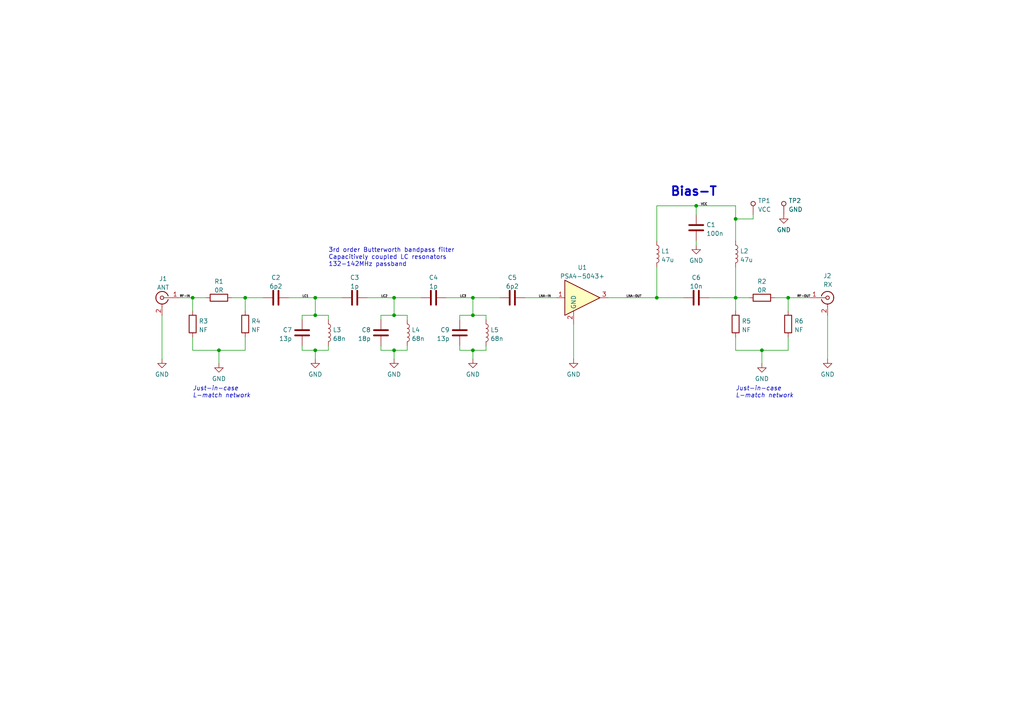
<source format=kicad_sch>
(kicad_sch (version 20211123) (generator eeschema)
  (paper "A4")
  (title_block (title "NOAA 137MHz bandpass filter & LNA") (date "2022-11-09") (rev "A") (company "BESearle"))
  (lib_symbols
    (symbol "Connector:Conn_Coaxial" (pin_names (offset 1.016) hide)
      (property "Reference" "J" (at 0.254 3.048 0))
      (property "Value" "Conn_Coaxial" (at 2.921 0 90))
      (symbol "Conn_Coaxial_0_1"
        (arc (start -1.778 -0.508) (mid 0.2311 -1.8066) (end 1.778 0) (stroke (width 0.254)))
        (polyline (pts (xy -2.54 0) (xy -0.508 0)))
        (polyline (pts (xy 0 -2.54) (xy 0 -1.778)))
        (circle (center 0 0) (radius 0.508) (stroke (width 0.2032)))
        (arc (start 1.778 0) (mid 0.2099 1.8101) (end -1.778 0.508) (stroke (width 0.254)))
      )
      (symbol "Conn_Coaxial_1_1"
        (pin passive line (at -5.08 0 0) (length 2.54) (name "In") (number "1"))
        (pin passive line (at 0 -5.08 90) (length 2.54) (name "Ext") (number "2"))
      )
    )
    (symbol "Device:C" (pin_numbers hide) (pin_names (offset 0.254))
      (property "Reference" "C" (at 0.635 2.54 0))
      (property "Value" "C" (at 0.635 -2.54 0))
      (symbol "C_0_1"
        (polyline (pts (xy -2.032 -0.762) (xy 2.032 -0.762)) (stroke (width 0.508)))
        (polyline (pts (xy -2.032 0.762) (xy 2.032 0.762)) (stroke (width 0.508)))
      )
      (symbol "C_1_1"
        (pin passive line (at 0 3.81 270) (length 2.794) (name "~") (number "1"))
        (pin passive line (at 0 -3.81 90) (length 2.794) (name "~") (number "2"))
      )
    )
    (symbol "Device:L" (pin_numbers hide) (pin_names (offset 1.016) hide)
      (property "Reference" "L" (at -1.27 0 90))
      (property "Value" "L" (at 1.905 0 90))
      (symbol "L_0_1"
        (arc (start 0 -2.54) (mid 0.635 -1.905) (end 0 -1.27))
        (arc (start 0 -1.27) (mid 0.635 -0.635) (end 0 0))
        (arc (start 0 0) (mid 0.635 0.635) (end 0 1.27))
        (arc (start 0 1.27) (mid 0.635 1.905) (end 0 2.54))
      )
      (symbol "L_1_1"
        (pin passive line (at 0 3.81 270) (length 1.27) (name "1") (number "1"))
        (pin passive line (at 0 -3.81 90) (length 1.27) (name "2") (number "2"))
      )
    )
    (symbol "Device:R" (pin_numbers hide) (pin_names (offset 0))
      (property "Reference" "R" (at 2.032 0 90))
      (property "Value" "R" (at 0 0 90))
      (symbol "R_0_1"
        (rectangle (start -1.016 -2.54) (end 1.016 2.54) (stroke (width 0.254)))
      )
      (symbol "R_1_1"
        (pin passive line (at 0 3.81 270) (length 1.27) (name "~") (number "1"))
        (pin passive line (at 0 -3.81 90) (length 1.27) (name "~") (number "2"))
      )
    )
    (symbol "GenericComponents:Test_point" (pin_numbers hide) (pin_names (offset 0) hide)
      (property "Reference" "TP" (at 0 5.715 0))
      (property "Value" "Test_point" (at 0 7.62 0))
      (symbol "Test_point_0_1"
        (circle (center 0 3.175) (radius 0.635) (stroke (width 0.2032)))
      )
      (symbol "Test_point_1_1"
        (pin passive line (at 0 0 90) (length 2.54) (name "TP") (number "1"))
      )
    )
    (symbol "PersonalDiscretes:PSA4-5043+"
      (property "Reference" "U" (at -1.27 7.62 0))
      (property "Value" "PSA4-5043+" (at 2.54 5.08 0))
      (symbol "PSA4-5043+_0_0"
        (pin power_in line (at -2.54 -7.62 90) (length 2.54) hide (name "GND") (number "4"))
      )
      (symbol "PSA4-5043+_0_1"
        (polyline (pts (xy 5.08 0) (xy -5.08 5.08) (xy -5.08 -5.08) (xy 5.08 0)) (stroke (width 0.254)) (fill (type background)))
      )
      (symbol "PSA4-5043+_1_1"
        (pin input line (at -7.62 0 0) (length 2.54) (name "~") (number "1"))
        (pin power_in line (at -2.54 -7.62 90) (length 3.81) (name "GND") (number "2"))
        (pin output line (at 7.62 0 180) (length 2.54) (name "~") (number "3"))
      )
    )
    (symbol "power:GND" (power) (pin_names (offset 0))
      (property "Value" "GND" (at 0 -3.81 0))
      (symbol "GND_0_1"
        (polyline (pts (xy 0 0) (xy 0 -1.27) (xy 1.27 -1.27) (xy 0 -2.54) (xy -1.27 -1.27) (xy 0 -1.27)))
      )
      (symbol "GND_1_1"
        (pin power_in line (at 0 0 270) (length 0) hide (name "GND") (number "1"))
      )
    )
  )
  (junction (at 220.98 101.6))
  (junction (at 190.5 86.36))
  (junction (at 137.16 101.6))
  (junction (at 213.36 63.5))
  (junction (at 213.36 86.36))
  (junction (at 114.3 91.44))
  (junction (at 114.3 101.6))
  (junction (at 91.44 91.44))
  (junction (at 137.16 86.36))
  (junction (at 71.12 86.36))
  (junction (at 114.3 86.36))
  (junction (at 228.6 86.36))
  (junction (at 91.44 101.6))
  (junction (at 201.93 59.69))
  (junction (at 91.44 86.36))
  (junction (at 63.5 101.6))
  (junction (at 55.88 86.36))
  (junction (at 137.16 91.44))
  (wire (pts (xy 63.5 101.6) (xy 55.88 101.6)))
  (wire (pts (xy 213.36 86.36) (xy 213.36 90.17)))
  (wire (pts (xy 133.35 101.6) (xy 137.16 101.6)))
  (wire (pts (xy 71.12 101.6) (xy 63.5 101.6)))
  (wire (pts (xy 114.3 101.6) (xy 118.11 101.6)))
  (wire (pts (xy 137.16 101.6) (xy 137.16 104.14)))
  (wire (pts (xy 137.16 101.6) (xy 140.97 101.6)))
  (wire (pts (xy 176.53 86.36) (xy 190.5 86.36)))
  (wire (pts (xy 201.93 69.85) (xy 201.93 71.12)))
  (wire (pts (xy 228.6 86.36) (xy 234.95 86.36)))
  (wire (pts (xy 190.5 59.69) (xy 190.5 69.85)))
  (wire (pts (xy 228.6 90.17) (xy 228.6 86.36)))
  (wire (pts (xy 91.44 101.6) (xy 95.25 101.6)))
  (wire (pts (xy 87.63 100.33) (xy 87.63 101.6)))
  (wire (pts (xy 118.11 91.44) (xy 114.3 91.44)))
  (wire (pts (xy 220.98 101.6) (xy 213.36 101.6)))
  (wire (pts (xy 137.16 86.36) (xy 137.16 91.44)))
  (wire (pts (xy 190.5 77.47) (xy 190.5 86.36)))
  (wire (pts (xy 218.44 63.5) (xy 213.36 63.5)))
  (wire (pts (xy 205.74 86.36) (xy 213.36 86.36)))
  (wire (pts (xy 71.12 86.36) (xy 76.2 86.36)))
  (wire (pts (xy 91.44 101.6) (xy 91.44 104.14)))
  (wire (pts (xy 137.16 91.44) (xy 140.97 91.44)))
  (wire (pts (xy 87.63 91.44) (xy 87.63 92.71)))
  (wire (pts (xy 118.11 100.33) (xy 118.11 101.6)))
  (wire (pts (xy 106.68 86.36) (xy 114.3 86.36)))
  (wire (pts (xy 129.54 86.36) (xy 137.16 86.36)))
  (wire (pts (xy 71.12 97.79) (xy 71.12 101.6)))
  (wire (pts (xy 83.82 86.36) (xy 91.44 86.36)))
  (wire (pts (xy 114.3 101.6) (xy 114.3 104.14)))
  (wire (pts (xy 218.44 62.23) (xy 218.44 63.5)))
  (wire (pts (xy 110.49 91.44) (xy 110.49 92.71)))
  (wire (pts (xy 95.25 101.6) (xy 95.25 100.33)))
  (wire (pts (xy 55.88 86.36) (xy 59.69 86.36)))
  (wire (pts (xy 166.37 93.98) (xy 166.37 104.14)))
  (wire (pts (xy 228.6 101.6) (xy 220.98 101.6)))
  (wire (pts (xy 114.3 86.36) (xy 114.3 91.44)))
  (wire (pts (xy 224.79 86.36) (xy 228.6 86.36)))
  (wire (pts (xy 114.3 86.36) (xy 121.92 86.36)))
  (wire (pts (xy 91.44 86.36) (xy 91.44 91.44)))
  (wire (pts (xy 118.11 92.71) (xy 118.11 91.44)))
  (wire (pts (xy 55.88 86.36) (xy 55.88 90.17)))
  (wire (pts (xy 152.4 86.36) (xy 161.29 86.36)))
  (wire (pts (xy 133.35 91.44) (xy 137.16 91.44)))
  (wire (pts (xy 114.3 91.44) (xy 110.49 91.44)))
  (wire (pts (xy 213.36 63.5) (xy 213.36 69.85)))
  (wire (pts (xy 228.6 97.79) (xy 228.6 101.6)))
  (wire (pts (xy 71.12 90.17) (xy 71.12 86.36)))
  (wire (pts (xy 91.44 86.36) (xy 99.06 86.36)))
  (wire (pts (xy 133.35 100.33) (xy 133.35 101.6)))
  (wire (pts (xy 46.99 91.44) (xy 46.99 104.14)))
  (wire (pts (xy 213.36 101.6) (xy 213.36 97.79)))
  (wire (pts (xy 91.44 91.44) (xy 87.63 91.44)))
  (wire (pts (xy 55.88 101.6) (xy 55.88 97.79)))
  (wire (pts (xy 52.07 86.36) (xy 55.88 86.36)))
  (wire (pts (xy 95.25 92.71) (xy 95.25 91.44)))
  (wire (pts (xy 140.97 91.44) (xy 140.97 92.71)))
  (wire (pts (xy 201.93 59.69) (xy 190.5 59.69)))
  (wire (pts (xy 110.49 101.6) (xy 114.3 101.6)))
  (wire (pts (xy 137.16 86.36) (xy 144.78 86.36)))
  (wire (pts (xy 133.35 92.71) (xy 133.35 91.44)))
  (wire (pts (xy 190.5 86.36) (xy 198.12 86.36)))
  (wire (pts (xy 213.36 86.36) (xy 213.36 77.47)))
  (wire (pts (xy 63.5 101.6) (xy 63.5 105.41)))
  (wire (pts (xy 213.36 59.69) (xy 213.36 63.5)))
  (wire (pts (xy 240.03 91.44) (xy 240.03 104.14)))
  (wire (pts (xy 213.36 59.69) (xy 201.93 59.69)))
  (wire (pts (xy 71.12 86.36) (xy 67.31 86.36)))
  (wire (pts (xy 213.36 86.36) (xy 217.17 86.36)))
  (wire (pts (xy 87.63 101.6) (xy 91.44 101.6)))
  (wire (pts (xy 201.93 59.69) (xy 201.93 62.23)))
  (wire (pts (xy 140.97 100.33) (xy 140.97 101.6)))
  (wire (pts (xy 110.49 100.33) (xy 110.49 101.6)))
  (wire (pts (xy 220.98 101.6) (xy 220.98 105.41)))
  (wire (pts (xy 95.25 91.44) (xy 91.44 91.44)))
  (text "Bias-T" (at 194.31 57.15 0) (effects (font (size 2.54 2.54) (thickness 0.508) bold) (justify left bottom)))
  (text "Just-in-case\nL-match network" (at 55.88 115.57 0) (effects (font (size 1.27 1.27) italic) (justify left bottom)))
  (text "Just-in-case\nL-match network" (at 213.36 115.57 0) (effects (font (size 1.27 1.27) italic) (justify left bottom)))
  (text "3rd order Butterworth bandpass filter\nCapacitively coupled LC resonators\n132-142MHz passband" (at 95.25 77.47 0) (effects (font (size 1.27 1.27)) (justify left bottom)))
  (label "LC2" (at 110.49 86.36 0) (effects (font (size 0.635 0.635))))
  (label "LNA-IN" (at 156.21 86.36 0) (effects (font (size 0.635 0.635))))
  (label "RF-IN" (at 52.07 86.36 0) (effects (font (size 0.635 0.635))))
  (label "RF-OUT" (at 231.14 86.36 0) (effects (font (size 0.635 0.635))))
  (label "LNA-OUT" (at 181.61 86.36 0) (effects (font (size 0.635 0.635))))
  (label "VCC" (at 203.2 59.69 0) (effects (font (size 0.635 0.635))))
  (label "LC1" (at 87.63 86.36 0) (effects (font (size 0.635 0.635))))
  (label "LC3" (at 133.35 86.36 0) (effects (font (size 0.635 0.635))))
  (symbol (lib_id "Device:L") (at 190.5 73.66 0) (unit 1)
    (property "Reference" "L1" (at 191.77 72.8253 0) (effects (justify left)))
    (property "Value" "47u" (at 191.77 75.3622 0) (effects (justify left)))
    (property "Footprint" "Inductor_SMD:L_0805_2012Metric_Pad1.15x1.40mm_HandSolder" (effects hide))
    (property "Part_number" "LBR2012T470K" (effects hide))
  )
  (symbol (lib_id "Device:R") (at 63.5 86.36 90) (unit 1)
    (property "Reference" "R1" (at 63.5 81.6442 90))
    (property "Value" "0R" (at 63.5 84.1811 90))
    (property "Footprint" "Resistor_SMD:R_0603_1608Metric_Pad0.98x0.95mm_HandSolder" (effects hide))
  )
  (symbol (lib_id "power:GND") (at 63.5 105.41 0) (unit 1)
    (property "Reference" "#PWR0109" (effects hide))
    (property "Value" "GND" (at 63.5 109.8534 0))
  )
  (symbol (lib_id "Connector:Conn_Coaxial") (at 240.03 86.36 0) (unit 1)
    (property "Reference" "J2" (at 238.76 80.01 0) (effects (justify left)))
    (property "Value" "RX" (at 238.76 82.55 0) (effects (justify left)))
    (property "Footprint" "Connector_Coaxial:SMA_Molex_73251-1153_EdgeMount_Horizontal" (effects hide))
    (property "Datasheet" " ~" (effects hide))
    (property "Part_number" "HJ-SMA313" (effects hide))
  )
  (symbol (lib_id "GenericComponents:Test_point") (at 218.44 62.23 0) (unit 1)
    (property "Reference" "TP1" (at 219.8116 58.2203 0) (effects (justify left)))
    (property "Value" "VCC" (at 219.8116 60.7572 0) (effects (justify left)))
    (property "Footprint" "TestPoint:TestPoint_Keystone_5005-5009_Compact" (effects hide))
  )
  (symbol (lib_id "Device:L") (at 213.36 73.66 0) (unit 1)
    (property "Reference" "L2" (at 214.63 72.8253 0) (effects (justify left)))
    (property "Value" "47u" (at 214.63 75.3622 0) (effects (justify left)))
    (property "Footprint" "Inductor_SMD:L_0805_2012Metric_Pad1.15x1.40mm_HandSolder" (effects hide))
    (property "Part_number" "LBR2012T470K" (effects hide))
  )
  (symbol (lib_id "power:GND") (at 240.03 104.14 0) (unit 1)
    (property "Reference" "#PWR0101" (effects hide))
    (property "Value" "GND" (at 240.03 108.5834 0))
  )
  (symbol (lib_id "Device:C") (at 102.87 86.36 90) (unit 1)
    (property "Reference" "C3" (at 102.87 80.5012 90))
    (property "Value" "1p" (at 102.87 83.0381 90))
    (property "Footprint" "Capacitor_SMD:C_0603_1608Metric_Pad1.08x0.95mm_HandSolder" (effects hide))
  )
  (symbol (lib_id "Device:R") (at 213.36 93.98 180) (unit 1)
    (property "Reference" "R5" (at 215.138 93.1453 0) (effects (justify right)))
    (property "Value" "NF" (at 215.138 95.6822 0) (effects (justify right)))
    (property "Footprint" "Resistor_SMD:R_0603_1608Metric_Pad0.98x0.95mm_HandSolder" (effects hide))
  )
  (symbol (lib_id "power:GND") (at 227.33 62.23 0) (unit 1)
    (property "Reference" "#PWR01" (effects hide))
    (property "Value" "GND" (at 227.33 66.6734 0))
  )
  (symbol (lib_id "Device:L") (at 140.97 96.52 0) (unit 1)
    (property "Reference" "L5" (at 142.24 95.6853 0) (effects (justify left)))
    (property "Value" "68n" (at 142.24 98.2222 0) (effects (justify left)))
    (property "Footprint" "Inductor_SMD:L_0603_1608Metric_Pad1.05x0.95mm_HandSolder" (effects hide))
    (property "Part_number" "LQW18AN68NG00D" (effects hide))
  )
  (symbol (lib_id "power:GND") (at 137.16 104.14 0) (unit 1)
    (property "Reference" "#PWR0103" (effects hide))
    (property "Value" "GND" (at 137.16 108.5834 0))
  )
  (symbol (lib_id "Device:C") (at 80.01 86.36 90) (unit 1)
    (property "Reference" "C2" (at 80.01 80.5012 90))
    (property "Value" "6p2" (at 80.01 83.0381 90))
    (property "Footprint" "Capacitor_SMD:C_0603_1608Metric_Pad1.08x0.95mm_HandSolder" (effects hide))
  )
  (symbol (lib_id "PersonalDiscretes:PSA4-5043+") (at 168.91 86.36 0) (unit 1)
    (property "Reference" "U1" (at 168.91 77.5802 0))
    (property "Value" "PSA4-5043+" (at 168.91 80.1171 0))
    (property "Footprint" "PersonalDiscretes:Mini-Circuits_MMM1362" (effects hide))
    (property "Datasheet" "https://www.minicircuits.com/pdfs/PSA4-5043+.pdf" (effects hide))
  )
  (symbol (lib_id "Device:C") (at 148.59 86.36 90) (unit 1)
    (property "Reference" "C5" (at 148.59 80.5012 90))
    (property "Value" "6p2" (at 148.59 83.0381 90))
    (property "Footprint" "Capacitor_SMD:C_0603_1608Metric_Pad1.08x0.95mm_HandSolder" (effects hide))
  )
  (symbol (lib_id "power:GND") (at 166.37 104.14 0) (unit 1)
    (property "Reference" "#PWR0102" (effects hide))
    (property "Value" "GND" (at 166.37 108.5834 0))
  )
  (symbol (lib_id "Device:C") (at 110.49 96.52 0) (mirror x) (unit 1)
    (property "Reference" "C8" (at 107.5691 95.6853 0) (effects (justify right)))
    (property "Value" "18p" (at 107.5691 98.2222 0) (effects (justify right)))
    (property "Footprint" "Capacitor_SMD:C_0603_1608Metric_Pad1.08x0.95mm_HandSolder" (effects hide))
  )
  (symbol (lib_id "Device:C") (at 133.35 96.52 0) (mirror x) (unit 1)
    (property "Reference" "C9" (at 130.4291 95.6853 0) (effects (justify right)))
    (property "Value" "13p" (at 130.4291 98.2222 0) (effects (justify right)))
    (property "Footprint" "Capacitor_SMD:C_0603_1608Metric_Pad1.08x0.95mm_HandSolder" (effects hide))
  )
  (symbol (lib_id "Device:R") (at 220.98 86.36 90) (unit 1)
    (property "Reference" "R2" (at 220.98 81.6442 90))
    (property "Value" "0R" (at 220.98 84.1811 90))
    (property "Footprint" "Resistor_SMD:R_0603_1608Metric_Pad0.98x0.95mm_HandSolder" (effects hide))
  )
  (symbol (lib_id "power:GND") (at 220.98 105.41 0) (unit 1)
    (property "Reference" "#PWR0108" (effects hide))
    (property "Value" "GND" (at 220.98 109.8534 0))
  )
  (symbol (lib_id "Device:R") (at 55.88 93.98 180) (unit 1)
    (property "Reference" "R3" (at 57.658 93.1453 0) (effects (justify right)))
    (property "Value" "NF" (at 57.658 95.6822 0) (effects (justify right)))
    (property "Footprint" "Resistor_SMD:R_0603_1608Metric_Pad0.98x0.95mm_HandSolder" (effects hide))
  )
  (symbol (lib_id "Device:R") (at 71.12 93.98 180) (unit 1)
    (property "Reference" "R4" (at 72.898 93.1453 0) (effects (justify right)))
    (property "Value" "NF" (at 72.898 95.6822 0) (effects (justify right)))
    (property "Footprint" "Resistor_SMD:R_0603_1608Metric_Pad0.98x0.95mm_HandSolder" (effects hide))
  )
  (symbol (lib_id "Device:C") (at 125.73 86.36 90) (unit 1)
    (property "Reference" "C4" (at 125.73 80.5012 90))
    (property "Value" "1p" (at 125.73 83.0381 90))
    (property "Footprint" "Capacitor_SMD:C_0603_1608Metric_Pad1.08x0.95mm_HandSolder" (effects hide))
  )
  (symbol (lib_id "power:GND") (at 46.99 104.14 0) (unit 1)
    (property "Reference" "#PWR0107" (effects hide))
    (property "Value" "GND" (at 46.99 108.5834 0))
  )
  (symbol (lib_id "power:GND") (at 91.44 104.14 0) (unit 1)
    (property "Reference" "#PWR0106" (effects hide))
    (property "Value" "GND" (at 91.44 108.5834 0))
  )
  (symbol (lib_id "Device:L") (at 95.25 96.52 0) (unit 1)
    (property "Reference" "L3" (at 96.52 95.6853 0) (effects (justify left)))
    (property "Value" "68n" (at 96.52 98.2222 0) (effects (justify left)))
    (property "Footprint" "Inductor_SMD:L_0603_1608Metric_Pad1.05x0.95mm_HandSolder" (effects hide))
    (property "Part_number" "LQW18AN68NG00D" (effects hide))
  )
  (symbol (lib_id "Device:C") (at 87.63 96.52 0) (mirror x) (unit 1)
    (property "Reference" "C7" (at 84.7091 95.6853 0) (effects (justify right)))
    (property "Value" "13p" (at 84.7091 98.2222 0) (effects (justify right)))
    (property "Footprint" "Capacitor_SMD:C_0603_1608Metric_Pad1.08x0.95mm_HandSolder" (effects hide))
  )
  (symbol (lib_id "power:GND") (at 114.3 104.14 0) (unit 1)
    (property "Reference" "#PWR0105" (effects hide))
    (property "Value" "GND" (at 114.3 108.5834 0))
  )
  (symbol (lib_id "Device:L") (at 118.11 96.52 0) (unit 1)
    (property "Reference" "L4" (at 119.38 95.6853 0) (effects (justify left)))
    (property "Value" "68n" (at 119.38 98.2222 0) (effects (justify left)))
    (property "Footprint" "Inductor_SMD:L_0603_1608Metric_Pad1.05x0.95mm_HandSolder" (effects hide))
    (property "Part_number" "LQW18AN68NG00D" (effects hide))
  )
  (symbol (lib_id "GenericComponents:Test_point") (at 227.33 62.23 0) (unit 1)
    (property "Reference" "TP2" (at 228.7016 58.2203 0) (effects (justify left)))
    (property "Value" "GND" (at 228.7016 60.7572 0) (effects (justify left)))
    (property "Footprint" "TestPoint:TestPoint_Keystone_5005-5009_Compact" (effects hide))
  )
  (symbol (lib_id "Device:C") (at 201.93 86.36 90) (unit 1)
    (property "Reference" "C6" (at 201.93 80.5012 90))
    (property "Value" "10n" (at 201.93 83.0381 90))
    (property "Footprint" "Capacitor_SMD:C_0603_1608Metric_Pad1.08x0.95mm_HandSolder" (effects hide))
  )
  (symbol (lib_id "Device:R") (at 228.6 93.98 180) (unit 1)
    (property "Reference" "R6" (at 230.378 93.1453 0) (effects (justify right)))
    (property "Value" "NF" (at 230.378 95.6822 0) (effects (justify right)))
    (property "Footprint" "Resistor_SMD:R_0603_1608Metric_Pad0.98x0.95mm_HandSolder" (effects hide))
  )
  (symbol (lib_id "power:GND") (at 201.93 71.12 0) (unit 1)
    (property "Reference" "#PWR0104" (effects hide))
    (property "Value" "GND" (at 201.93 75.5634 0))
  )
  (symbol (lib_id "Device:C") (at 201.93 66.04 180) (unit 1)
    (property "Reference" "C1" (at 204.851 65.2053 0) (effects (justify right)))
    (property "Value" "100n" (at 204.851 67.7422 0) (effects (justify right)))
    (property "Footprint" "Capacitor_SMD:C_0603_1608Metric_Pad1.08x0.95mm_HandSolder" (effects hide))
  )
  (symbol (lib_id "Connector:Conn_Coaxial") (at 46.99 86.36 0) (mirror y) (unit 1)
    (property "Reference" "J1" (at 47.3074 80.8336 0))
    (property "Value" "ANT" (at 47.3074 83.3705 0))
    (property "Footprint" "Connector_Coaxial:SMA_Molex_73251-1153_EdgeMount_Horizontal" (effects hide))
    (property "Datasheet" " ~" (effects hide))
    (property "Part_number" "HJ-SMA362" (effects hide))
  )
)
</source>
